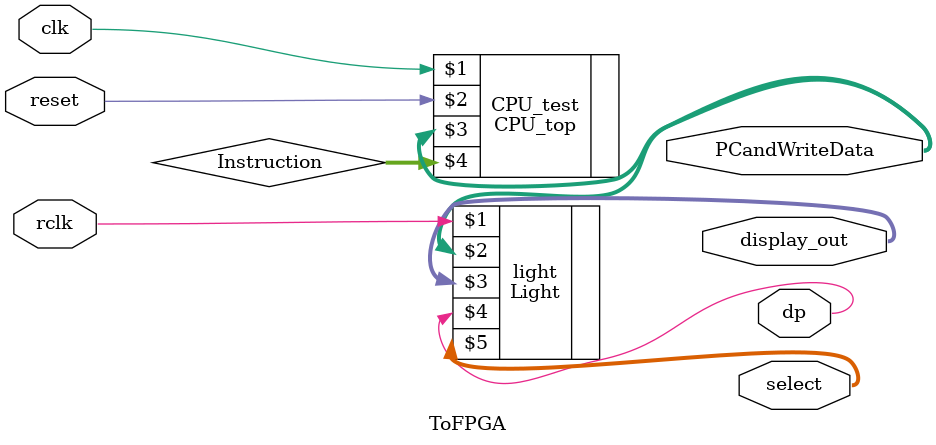
<source format=v>
`timescale 1ns / 1ps


module ToFPGA(
    input rclk,
    input clk,
    input reset,
        
    output [6:0] display_out,//Æß¶ÎÊýÂë¹Ü
    output dp,//Ð¡ÊýµãÊÇ·ñÏÔÊ¾
    output [3:0] select, //Ñ¡ÄÄ¸öµÆ
    output [15:0] PCandWriteData
    );
    
    wire [31:0] Instruction;
    //wire [15:0] PCandWriteData;
    
    CPU_top CPU_test(clk,reset,PCandWriteData,Instruction);
    
    Light light(rclk,PCandWriteData,display_out,dp,select);
    
endmodule


</source>
